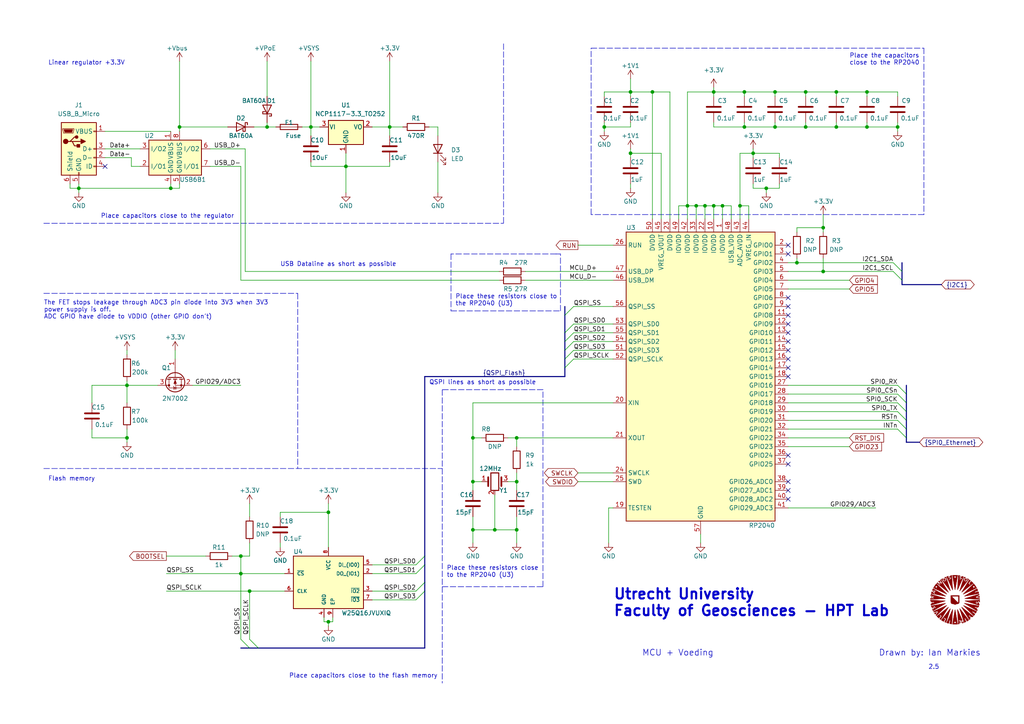
<source format=kicad_sch>
(kicad_sch (version 20211123) (generator eeschema)
  (paper "A4")
  (lib_symbols
    (symbol "+Vsys_1" (power) (in_bom no) (on_board no)
      (property "Value" "+Vsys_1" (at 0 3.81 0))
      (symbol "+Vsys_1_1_1"
        (pin power_in line (at 0 0 90) (length 0) hide (name "+VSYS") (number ""))
      )
    )
    (symbol "Connector:USB_B_Micro" (pin_names (offset 1.016))
      (property "Reference" "J" (at -5.08 11.43 0))
      (property "Value" "USB_B_Micro" (at -5.08 8.89 0))
      (symbol "USB_B_Micro_1_1"
        (pin power_out line (at 7.62 5.08 180) (length 2.54) (name "VBUS") (number "1"))
        (pin bidirectional line (at 7.62 -2.54 180) (length 2.54) (name "D-") (number "2"))
        (pin bidirectional line (at 7.62 0 180) (length 2.54) (name "D+") (number "3"))
        (pin passive line (at 7.62 -5.08 180) (length 2.54) (name "ID") (number "4"))
        (pin power_out line (at 0 -10.16 90) (length 2.54) (name "GND") (number "5"))
        (pin passive line (at -2.54 -10.16 90) (length 2.54) (name "Shield") (number "6"))
      )
    )
    (symbol "Device:C" (pin_numbers hide) (pin_names (offset 0.254))
      (property "Reference" "C" (at 0.635 2.54 0))
      (property "Value" "C" (at 0.635 -2.54 0))
      (symbol "C_1_1"
        (pin passive line (at 0 3.81 270) (length 2.794) (name "~") (number "1"))
        (pin passive line (at 0 -3.81 90) (length 2.794) (name "~") (number "2"))
      )
    )
    (symbol "Device:Fuse" (pin_numbers hide) (pin_names (offset 0))
      (property "Reference" "F" (at 2.032 0 90))
      (property "Value" "Fuse" (at -1.905 0 90))
      (symbol "Fuse_1_1"
        (pin passive line (at 0 3.81 270) (length 1.27) (name "~") (number "1"))
        (pin passive line (at 0 -3.81 90) (length 1.27) (name "~") (number "2"))
      )
    )
    (symbol "Device:LED" (pin_numbers hide) (pin_names (offset 1.016) hide)
      (property "Reference" "D" (at 0 2.54 0))
      (property "Value" "LED" (at 0 -2.54 0))
      (symbol "LED_1_1"
        (pin passive line (at -3.81 0 0) (length 2.54) (name "K") (number "1"))
        (pin passive line (at 3.81 0 180) (length 2.54) (name "A") (number "2"))
      )
    )
    (symbol "Device:R" (pin_numbers hide) (pin_names (offset 0))
      (property "Reference" "R" (at 2.032 0 90))
      (property "Value" "R" (at 0 0 90))
      (symbol "R_1_1"
        (pin passive line (at 0 3.81 270) (length 1.27) (name "~") (number "1"))
        (pin passive line (at 0 -3.81 90) (length 1.27) (name "~") (number "2"))
      )
    )
    (symbol "Diode:BAT60A" (pin_numbers hide) (pin_names (offset 1.016) hide)
      (property "Reference" "D" (at 0 2.54 0))
      (property "Value" "BAT60A" (at 0 -2.54 0))
      (symbol "BAT60A_1_1"
        (pin passive line (at -3.81 0 0) (length 2.54) (name "K") (number "1"))
        (pin passive line (at 3.81 0 180) (length 2.54) (name "A") (number "2"))
      )
    )
    (symbol "HPT:+VPoE" (power) (in_bom no) (on_board no)
      (property "Value" "+VPoE" (at 0 5.08 0))
      (symbol "+VPoE_1_1"
        (pin power_in line (at 0 0 90) (length 0) hide (name "+VPoE") (number ""))
      )
    )
    (symbol "HPT:+Vbus" (power) (in_bom no) (on_board no)
      (property "Value" "+Vbus" (at 0 5.08 0))
      (symbol "+Vbus_1_1"
        (pin power_in line (at 0 0 90) (length 0) hide (name "+Vbus") (number ""))
      )
    )
    (symbol "HPT:+Vsys" (power) (in_bom no) (on_board no)
      (property "Value" "+Vsys" (at 0 3.81 0))
      (symbol "+Vsys_1_1"
        (pin power_in line (at 0 0 90) (length 0) hide (name "+VSYS") (number ""))
      )
    )
    (symbol "HPT:Crystal"
      (property "Reference" "U" (at 1.27 6.35 0))
      (property "Value" "Crystal" (at 0 -8.89 0))
      (symbol "Crystal_1_1"
        (pin passive line (at -3.81 0 0) (length 1.27) (name "") (number "1"))
        (pin passive line (at 0 -3.81 90) (length 1.27) (name "") (number "2"))
        (pin passive line (at 3.81 0 180) (length 1.27) (name "") (number "3"))
        (pin passive line (at 0 -3.81 90) (length 1.27) hide (name "") (number "4"))
      )
    )
    (symbol "HPT:LOGO" (pin_names (offset 1.016)))
    (symbol "HPT:W25Q16JVUXIQ" (pin_names (offset 1.016))
      (property "Reference" "IC" (at -10.16 8.89 0))
      (property "Value" "W25Q16JVUXIQ" (at 5.08 -8.89 0))
      (symbol "W25Q16JVUXIQ_0_0"
        (pin bidirectional line (at -12.7 2.54 0) (length 2.54) (name "~{CS}") (number "1"))
        (pin bidirectional line (at 12.7 2.54 180) (length 2.54) (name "DO_(IO1)") (number "2"))
        (pin bidirectional line (at 12.7 -2.54 180) (length 2.54) (name "~{IO2}") (number "3"))
        (pin bidirectional line (at -1.27 -10.16 90) (length 2.54) (name "GND") (number "4"))
        (pin bidirectional line (at 12.7 5.08 180) (length 2.54) (name "DI_(IO0)") (number "5"))
        (pin bidirectional line (at -12.7 -2.54 0) (length 2.54) (name "CLK") (number "6"))
        (pin bidirectional line (at 12.7 -5.08 180) (length 2.54) (name "~{IO3}") (number "7"))
        (pin bidirectional line (at 0 10.16 270) (length 2.54) (name "VCC") (number "8"))
        (pin bidirectional line (at 1.27 -10.16 90) (length 2.54) (name "EP") (number "9"))
      )
    )
    (symbol "MCU_RaspberryPi:RP2040"
      (property "Reference" "U3" (at -21.59 43.18 0))
      (property "Value" "RP2040" (at 13.97 -43.18 0))
      (symbol "RP2040_1_1"
        (pin power_in line (at 6.35 45.72 270) (length 3.81) (name "IOVDD") (number "1"))
        (pin power_in line (at 3.81 45.72 270) (length 3.81) (name "IOVDD") (number "10"))
        (pin bidirectional line (at 25.4 17.78 180) (length 3.81) (name "GPIO8") (number "11"))
        (pin bidirectional line (at 25.4 15.24 180) (length 3.81) (name "GPIO9") (number "12"))
        (pin bidirectional line (at 25.4 12.7 180) (length 3.81) (name "GPIO10") (number "13"))
        (pin bidirectional line (at 25.4 10.16 180) (length 3.81) (name "GPIO11") (number "14"))
        (pin bidirectional line (at 25.4 7.62 180) (length 3.81) (name "GPIO12") (number "15"))
        (pin bidirectional line (at 25.4 5.08 180) (length 3.81) (name "GPIO13") (number "16"))
        (pin bidirectional line (at 25.4 2.54 180) (length 3.81) (name "GPIO14") (number "17"))
        (pin bidirectional line (at 25.4 0 180) (length 3.81) (name "GPIO15") (number "18"))
        (pin input line (at -25.4 -38.1 0) (length 3.81) (name "TESTEN") (number "19"))
        (pin bidirectional line (at 25.4 38.1 180) (length 3.81) (name "GPIO0") (number "2"))
        (pin input line (at -25.4 -7.62 0) (length 3.81) (name "XIN") (number "20"))
        (pin passive line (at -25.4 -17.78 0) (length 3.81) (name "XOUT") (number "21"))
        (pin power_in line (at 1.27 45.72 270) (length 3.81) (name "IOVDD") (number "22"))
        (pin power_in line (at -8.89 45.72 270) (length 3.81) (name "DVDD") (number "23"))
        (pin output line (at -25.4 -27.94 0) (length 3.81) (name "SWCLK") (number "24"))
        (pin bidirectional line (at -25.4 -30.48 0) (length 3.81) (name "SWD") (number "25"))
        (pin input line (at -25.4 38.1 0) (length 3.81) (name "RUN") (number "26"))
        (pin bidirectional line (at 25.4 -2.54 180) (length 3.81) (name "GPIO16") (number "27"))
        (pin bidirectional line (at 25.4 -5.08 180) (length 3.81) (name "GPIO17") (number "28"))
        (pin bidirectional line (at 25.4 -7.62 180) (length 3.81) (name "GPIO18") (number "29"))
        (pin bidirectional line (at 25.4 35.56 180) (length 3.81) (name "GPIO1") (number "3"))
        (pin bidirectional line (at 25.4 -10.16 180) (length 3.81) (name "GPIO19") (number "30"))
        (pin bidirectional line (at 25.4 -12.7 180) (length 3.81) (name "GPIO20") (number "31"))
        (pin bidirectional line (at 25.4 -15.24 180) (length 3.81) (name "GPIO21") (number "32"))
        (pin power_in line (at -1.27 45.72 270) (length 3.81) (name "IOVDD") (number "33"))
        (pin bidirectional line (at 25.4 -17.78 180) (length 3.81) (name "GPIO22") (number "34"))
        (pin bidirectional line (at 25.4 -20.32 180) (length 3.81) (name "GPIO23") (number "35"))
        (pin bidirectional line (at 25.4 -22.86 180) (length 3.81) (name "GPIO24") (number "36"))
        (pin bidirectional line (at 25.4 -25.4 180) (length 3.81) (name "GPIO25") (number "37"))
        (pin bidirectional line (at 25.4 -30.48 180) (length 3.81) (name "GPIO26_ADC0") (number "38"))
        (pin bidirectional line (at 25.4 -33.02 180) (length 3.81) (name "GPIO27_ADC1") (number "39"))
        (pin bidirectional line (at 25.4 33.02 180) (length 3.81) (name "GPIO2") (number "4"))
        (pin bidirectional line (at 25.4 -35.56 180) (length 3.81) (name "GPIO28_ADC2") (number "40"))
        (pin bidirectional line (at 25.4 -38.1 180) (length 3.81) (name "GPIO29_ADC3") (number "41"))
        (pin power_in line (at -3.81 45.72 270) (length 3.81) (name "IOVDD") (number "42"))
        (pin power_in line (at 11.43 45.72 270) (length 3.81) (name "ADC_AVDD") (number "43"))
        (pin power_in line (at 13.97 45.72 270) (length 3.81) (name "VREG_IN") (number "44"))
        (pin power_out line (at -11.43 45.72 270) (length 3.81) (name "VREG_VOUT") (number "45"))
        (pin bidirectional line (at -25.4 27.94 0) (length 3.81) (name "USB_DM") (number "46"))
        (pin bidirectional line (at -25.4 30.48 0) (length 3.81) (name "USB_DP") (number "47"))
        (pin power_in line (at 8.89 45.72 270) (length 3.81) (name "USB_VDD") (number "48"))
        (pin power_in line (at -6.35 45.72 270) (length 3.81) (name "IOVDD") (number "49"))
        (pin bidirectional line (at 25.4 30.48 180) (length 3.81) (name "GPIO3") (number "5"))
        (pin power_in line (at -13.97 45.72 270) (length 3.81) (name "DVDD") (number "50"))
        (pin bidirectional line (at -25.4 7.62 0) (length 3.81) (name "QSPI_SD3") (number "51"))
        (pin output line (at -25.4 5.08 0) (length 3.81) (name "QSPI_SCLK") (number "52"))
        (pin bidirectional line (at -25.4 15.24 0) (length 3.81) (name "QSPI_SD0") (number "53"))
        (pin bidirectional line (at -25.4 10.16 0) (length 3.81) (name "QSPI_SD2") (number "54"))
        (pin bidirectional line (at -25.4 12.7 0) (length 3.81) (name "QSPI_SD1") (number "55"))
        (pin bidirectional line (at -25.4 20.32 0) (length 3.81) (name "QSPI_SS") (number "56"))
        (pin power_in line (at 0 -45.72 90) (length 3.81) (name "GND") (number "57"))
        (pin bidirectional line (at 25.4 27.94 180) (length 3.81) (name "GPIO4") (number "6"))
        (pin bidirectional line (at 25.4 25.4 180) (length 3.81) (name "GPIO5") (number "7"))
        (pin bidirectional line (at 25.4 22.86 180) (length 3.81) (name "GPIO6") (number "8"))
        (pin bidirectional line (at 25.4 20.32 180) (length 3.81) (name "GPIO7") (number "9"))
      )
    )
    (symbol "Power_Protection:USB6B1"
      (property "Reference" "U2" (at -8.89 6.35 0))
      (property "Value" "USB6B1" (at 1.27 -6.35 0))
      (symbol "USB6B1_1_1"
        (pin passive line (at -1.27 7.62 270) (length 2.54) (name "VBUS") (number "1"))
        (pin passive line (at -10.16 -2.54 0) (length 2.54) (name "I/O1") (number "2"))
        (pin passive line (at -10.16 2.54 0) (length 2.54) (name "I/O2") (number "3"))
        (pin passive line (at -1.27 -7.62 90) (length 2.54) (name "GND") (number "4"))
        (pin passive line (at 1.27 -7.62 90) (length 2.54) (name "GND") (number "5"))
        (pin passive line (at 10.16 2.54 180) (length 2.54) (name "I/O2") (number "6"))
        (pin passive line (at 10.16 -2.54 180) (length 2.54) (name "I/O1") (number "7"))
        (pin passive line (at 1.27 7.62 270) (length 2.54) (name "VBUS") (number "8"))
      )
    )
    (symbol "Regulator_Linear:NCP1117-3.3_TO252" (pin_names (offset 0.254))
      (property "Reference" "U" (at -3.81 3.175 0))
      (property "Value" "NCP1117-3.3_TO252" (at 0 3.175 0))
      (symbol "NCP1117-3.3_TO252_1_1"
        (pin power_in line (at 0 -7.62 90) (length 2.54) (name "GND") (number "1"))
        (pin power_out line (at 7.62 0 180) (length 2.54) (name "VO") (number "2"))
        (pin power_in line (at -7.62 0 0) (length 2.54) (name "VI") (number "3"))
      )
    )
    (symbol "Transistor_FET:2N7002" (pin_names hide)
      (property "Reference" "Q" (at 5.08 1.905 0))
      (property "Value" "2N7002" (at 5.08 0 0))
      (symbol "2N7002_1_1"
        (pin input line (at -5.08 0 0) (length 2.54) (name "G") (number "1"))
        (pin passive line (at 2.54 -5.08 90) (length 2.54) (name "S") (number "2"))
        (pin passive line (at 2.54 5.08 270) (length 2.54) (name "D") (number "3"))
      )
    )
    (symbol "power:+1V1" (power) (pin_names (offset 0))
      (property "Value" "+1V1" (at 0 3.556 0))
      (symbol "+1V1_1_1"
        (pin power_in line (at 0 0 90) (length 0) hide (name "+1V1") (number "1"))
      )
    )
    (symbol "power:+3.3V" (power) (pin_names (offset 0))
      (property "Value" "+3.3V" (at 0 3.556 0))
      (symbol "+3.3V_1_1"
        (pin power_in line (at 0 0 90) (length 0) hide (name "+3.3V") (number "1"))
      )
    )
    (symbol "power:GND" (power) (pin_names (offset 0))
      (property "Value" "GND" (at 0 -3.81 0))
      (symbol "GND_1_1"
        (pin power_in line (at 0 0 270) (length 0) hide (name "GND") (number "1"))
      )
    )
  )
  (bus_alias "QSPI_Flash" (members "QSPI_SS" "QSPI_SCLK" "QSPI_SD0" "QSPI_SD1" "QSPI_SD2" "QSPI_SD3"))
  (bus_alias "I2C1" (members "I2C1_SDA" "I2C1_SCL"))
  (bus_alias "SPI0_Ethernet" (members "SPI0_RX" "SPI0_TX" "SPI0_SCK" "SPI0_CSn" "RSTn" "INTn"))
  (junction (at 137.16 127))
  (junction (at 113.03 36.83))
  (junction (at 69.85 161.29))
  (junction (at 242.57 26.67))
  (junction (at 189.23 26.67))
  (junction (at 238.76 78.74))
  (junction (at 251.46 26.67))
  (junction (at 100.33 48.26))
  (junction (at 175.26 36.83))
  (junction (at 36.83 111.76))
  (junction (at 209.55 59.69))
  (junction (at 201.93 59.69))
  (junction (at 149.86 153.67))
  (junction (at 137.16 139.7))
  (junction (at 215.9 36.83))
  (junction (at 207.01 26.67))
  (junction (at 222.25 54.61))
  (junction (at 69.85 166.37))
  (junction (at 224.79 36.83))
  (junction (at 52.07 36.83))
  (junction (at 214.63 59.69))
  (junction (at 233.68 36.83))
  (junction (at 95.25 180.34))
  (junction (at 182.88 26.67))
  (junction (at 36.83 127))
  (junction (at 90.17 36.83))
  (junction (at 218.44 44.45))
  (junction (at 72.39 171.45))
  (junction (at 77.47 36.83))
  (junction (at 224.79 26.67))
  (junction (at 199.39 59.69))
  (junction (at 242.57 36.83))
  (junction (at 49.53 54.61))
  (junction (at 251.46 36.83))
  (junction (at 137.16 153.67))
  (junction (at 143.51 153.67))
  (junction (at 260.35 36.83))
  (junction (at 149.86 127))
  (junction (at 22.86 54.61))
  (junction (at 204.47 59.69))
  (junction (at 233.68 26.67))
  (junction (at 182.88 44.45))
  (junction (at 95.25 148.59))
  (junction (at 238.76 66.04))
  (junction (at 207.01 59.69))
  (junction (at 149.86 139.7))
  (junction (at 215.9 26.67))
  (junction (at 231.14 76.2))
  (no_connect (at 228.6 101.6))
  (no_connect (at 228.6 71.12))
  (no_connect (at 228.6 73.66))
  (no_connect (at 228.6 86.36))
  (no_connect (at 228.6 88.9))
  (no_connect (at 228.6 144.78))
  (no_connect (at 228.6 142.24))
  (no_connect (at 228.6 134.62))
  (no_connect (at 228.6 139.7))
  (no_connect (at 228.6 91.44))
  (no_connect (at 228.6 93.98))
  (no_connect (at 228.6 96.52))
  (no_connect (at 228.6 99.06))
  (no_connect (at 228.6 132.08))
  (no_connect (at 228.6 106.68))
  (no_connect (at 30.48 48.26))
  (no_connect (at 228.6 109.22))
  (no_connect (at 228.6 104.14))
  (bus_entry (at 163.83 91.44) (size 2.54 -2.54))
  (bus_entry (at 261.62 81.28) (size -2.54 -2.54))
  (bus_entry (at 262.89 124.46) (size -2.54 -2.54))
  (bus_entry (at 261.62 78.74) (size -2.54 -2.54))
  (bus_entry (at 72.39 187.96) (size -2.54 -2.54))
  (bus_entry (at 74.93 187.96) (size -2.54 -2.54))
  (bus_entry (at 120.65 163.83) (size 2.54 -2.54))
  (bus_entry (at 120.65 173.99) (size 2.54 -2.54))
  (bus_entry (at 120.65 166.37) (size 2.54 -2.54))
  (bus_entry (at 120.65 171.45) (size 2.54 -2.54))
  (bus_entry (at 262.89 121.92) (size -2.54 -2.54))
  (bus_entry (at 262.89 127) (size -2.54 -2.54))
  (bus_entry (at 262.89 114.3) (size -2.54 -2.54))
  (bus_entry (at 262.89 116.84) (size -2.54 -2.54))
  (bus_entry (at 163.83 104.14) (size 2.54 -2.54))
  (bus_entry (at 163.83 101.6) (size 2.54 -2.54))
  (bus_entry (at 163.83 99.06) (size 2.54 -2.54))
  (bus_entry (at 163.83 106.68) (size 2.54 -2.54))
  (bus_entry (at 163.83 96.52) (size 2.54 -2.54))
  (bus_entry (at 262.89 119.38) (size -2.54 -2.54))
  (polyline (pts (xy 171.45 13.97) (xy 267.97 13.97)))
  (bus (pts (xy 262.89 121.92) (xy 262.89 124.46)))
  (wire (pts (xy 137.16 139.7) (xy 139.7 139.7)))
  (polyline (pts (xy 12.7 135.89) (xy 128.27 135.89)))
  (wire (pts (xy 199.39 59.69) (xy 201.93 59.69)))
  (wire (pts (xy 189.23 26.67) (xy 189.23 63.5)))
  (wire (pts (xy 231.14 66.04) (xy 238.76 66.04)))
  (wire (pts (xy 218.44 43.18) (xy 218.44 44.45)))
  (wire (pts (xy 152.4 81.28) (xy 177.8 81.28)))
  (wire (pts (xy 251.46 35.56) (xy 251.46 36.83)))
  (wire (pts (xy 149.86 157.48) (xy 149.86 153.67)))
  (polyline (pts (xy 157.48 113.03) (xy 128.27 113.03)))
  (wire (pts (xy 69.85 166.37) (xy 69.85 185.42)))
  (wire (pts (xy 60.96 43.18) (xy 71.12 43.18)))
  (wire (pts (xy 20.32 53.34) (xy 20.32 54.61)))
  (wire (pts (xy 30.48 38.1) (xy 49.53 38.1)))
  (wire (pts (xy 224.79 36.83) (xy 215.9 36.83)))
  (wire (pts (xy 251.46 26.67) (xy 251.46 27.94)))
  (wire (pts (xy 246.38 81.28) (xy 228.6 81.28)))
  (bus (pts (xy 261.62 82.55) (xy 273.05 82.55)))
  (wire (pts (xy 71.12 43.18) (xy 71.12 78.74)))
  (polyline (pts (xy 128.27 170.18) (xy 157.48 170.18)))
  (wire (pts (xy 107.95 163.83) (xy 120.65 163.83)))
  (bus (pts (xy 123.19 163.83) (xy 123.19 168.91)))
  (wire (pts (xy 93.98 180.34) (xy 95.25 180.34)))
  (wire (pts (xy 52.07 38.1) (xy 52.07 36.83)))
  (wire (pts (xy 242.57 36.83) (xy 233.68 36.83)))
  (bus (pts (xy 72.39 187.96) (xy 74.93 187.96)))
  (wire (pts (xy 204.47 59.69) (xy 204.47 63.5)))
  (bus (pts (xy 261.62 76.2) (xy 261.62 78.74)))
  (wire (pts (xy 113.03 17.78) (xy 113.03 36.83)))
  (wire (pts (xy 26.67 111.76) (xy 36.83 111.76)))
  (wire (pts (xy 224.79 26.67) (xy 224.79 27.94)))
  (bus (pts (xy 123.19 161.29) (xy 123.19 163.83)))
  (wire (pts (xy 69.85 161.29) (xy 69.85 166.37)))
  (bus (pts (xy 262.89 114.3) (xy 262.89 116.84)))
  (wire (pts (xy 90.17 36.83) (xy 87.63 36.83)))
  (wire (pts (xy 52.07 54.61) (xy 52.07 53.34)))
  (wire (pts (xy 214.63 44.45) (xy 218.44 44.45)))
  (wire (pts (xy 166.37 96.52) (xy 177.8 96.52)))
  (wire (pts (xy 231.14 76.2) (xy 259.08 76.2)))
  (wire (pts (xy 139.7 127) (xy 137.16 127)))
  (wire (pts (xy 260.35 35.56) (xy 260.35 36.83)))
  (wire (pts (xy 69.85 166.37) (xy 82.55 166.37)))
  (polyline (pts (xy 128.27 113.03) (xy 128.27 135.89)))
  (wire (pts (xy 228.6 76.2) (xy 231.14 76.2)))
  (wire (pts (xy 189.23 26.67) (xy 182.88 26.67)))
  (wire (pts (xy 212.09 59.69) (xy 212.09 63.5)))
  (wire (pts (xy 90.17 39.37) (xy 90.17 36.83)))
  (wire (pts (xy 167.64 71.12) (xy 177.8 71.12)))
  (wire (pts (xy 228.6 111.76) (xy 260.35 111.76)))
  (wire (pts (xy 143.51 153.67) (xy 149.86 153.67)))
  (bus (pts (xy 261.62 78.74) (xy 261.62 81.28)))
  (wire (pts (xy 137.16 116.84) (xy 177.8 116.84)))
  (wire (pts (xy 242.57 26.67) (xy 233.68 26.67)))
  (wire (pts (xy 71.12 78.74) (xy 144.78 78.74)))
  (polyline (pts (xy 162.56 90.17) (xy 162.56 73.66)))
  (wire (pts (xy 52.07 17.78) (xy 52.07 36.83)))
  (bus (pts (xy 261.62 81.28) (xy 261.62 82.55)))
  (wire (pts (xy 204.47 59.69) (xy 207.01 59.69)))
  (wire (pts (xy 176.53 147.32) (xy 176.53 157.48)))
  (wire (pts (xy 77.47 17.78) (xy 77.47 27.94)))
  (wire (pts (xy 207.01 36.83) (xy 207.01 35.56)))
  (wire (pts (xy 100.33 44.45) (xy 100.33 48.26)))
  (wire (pts (xy 199.39 26.67) (xy 199.39 59.69)))
  (wire (pts (xy 26.67 111.76) (xy 26.67 116.84)))
  (bus (pts (xy 163.83 101.6) (xy 163.83 104.14)))
  (wire (pts (xy 207.01 26.67) (xy 207.01 27.94)))
  (wire (pts (xy 95.25 146.05) (xy 95.25 148.59)))
  (wire (pts (xy 214.63 44.45) (xy 214.63 59.69)))
  (wire (pts (xy 49.53 54.61) (xy 52.07 54.61)))
  (wire (pts (xy 166.37 101.6) (xy 177.8 101.6)))
  (wire (pts (xy 36.83 111.76) (xy 36.83 116.84)))
  (wire (pts (xy 182.88 43.18) (xy 182.88 44.45)))
  (wire (pts (xy 113.03 48.26) (xy 100.33 48.26)))
  (wire (pts (xy 199.39 59.69) (xy 199.39 63.5)))
  (wire (pts (xy 147.32 127) (xy 149.86 127)))
  (wire (pts (xy 226.06 54.61) (xy 226.06 53.34)))
  (wire (pts (xy 215.9 35.56) (xy 215.9 36.83)))
  (wire (pts (xy 175.26 36.83) (xy 175.26 35.56)))
  (wire (pts (xy 52.07 36.83) (xy 66.04 36.83)))
  (wire (pts (xy 182.88 35.56) (xy 182.88 36.83)))
  (wire (pts (xy 69.85 81.28) (xy 144.78 81.28)))
  (wire (pts (xy 182.88 26.67) (xy 182.88 27.94)))
  (wire (pts (xy 231.14 66.04) (xy 231.14 67.31)))
  (wire (pts (xy 260.35 36.83) (xy 251.46 36.83)))
  (wire (pts (xy 228.6 116.84) (xy 260.35 116.84)))
  (wire (pts (xy 30.48 45.72) (xy 38.1 45.72)))
  (wire (pts (xy 238.76 74.93) (xy 238.76 78.74)))
  (wire (pts (xy 166.37 93.98) (xy 177.8 93.98)))
  (bus (pts (xy 262.89 127) (xy 262.89 128.27)))
  (wire (pts (xy 177.8 147.32) (xy 176.53 147.32)))
  (wire (pts (xy 72.39 146.05) (xy 72.39 149.86)))
  (wire (pts (xy 238.76 66.04) (xy 238.76 67.31)))
  (wire (pts (xy 137.16 116.84) (xy 137.16 127)))
  (polyline (pts (xy 86.36 85.09) (xy 86.36 135.89)))
  (polyline (pts (xy 146.05 12.7) (xy 146.05 64.77)))
  (wire (pts (xy 207.01 25.4) (xy 207.01 26.67)))
  (wire (pts (xy 196.85 63.5) (xy 196.85 59.69)))
  (wire (pts (xy 72.39 157.48) (xy 72.39 161.29)))
  (wire (pts (xy 95.25 181.61) (xy 95.25 180.34)))
  (wire (pts (xy 22.86 53.34) (xy 22.86 54.61)))
  (wire (pts (xy 113.03 39.37) (xy 113.03 36.83)))
  (wire (pts (xy 242.57 35.56) (xy 242.57 36.83)))
  (wire (pts (xy 107.95 173.99) (xy 120.65 173.99)))
  (wire (pts (xy 209.55 59.69) (xy 209.55 63.5)))
  (wire (pts (xy 228.6 114.3) (xy 260.35 114.3)))
  (wire (pts (xy 72.39 171.45) (xy 82.55 171.45)))
  (wire (pts (xy 36.83 127) (xy 36.83 128.27)))
  (wire (pts (xy 166.37 88.9) (xy 177.8 88.9)))
  (wire (pts (xy 194.31 26.67) (xy 189.23 26.67)))
  (wire (pts (xy 72.39 171.45) (xy 72.39 185.42)))
  (bus (pts (xy 262.89 128.27) (xy 266.7 128.27)))
  (wire (pts (xy 107.95 36.83) (xy 113.03 36.83)))
  (bus (pts (xy 262.89 116.84) (xy 262.89 119.38)))
  (bus (pts (xy 262.89 111.76) (xy 262.89 114.3)))
  (wire (pts (xy 207.01 26.67) (xy 199.39 26.67)))
  (wire (pts (xy 38.1 45.72) (xy 38.1 48.26)))
  (wire (pts (xy 217.17 59.69) (xy 217.17 63.5)))
  (wire (pts (xy 260.35 26.67) (xy 251.46 26.67)))
  (wire (pts (xy 209.55 59.69) (xy 212.09 59.69)))
  (wire (pts (xy 95.25 148.59) (xy 95.25 158.75)))
  (bus (pts (xy 163.83 104.14) (xy 163.83 106.68)))
  (wire (pts (xy 149.86 127) (xy 177.8 127)))
  (wire (pts (xy 238.76 78.74) (xy 259.08 78.74)))
  (bus (pts (xy 123.19 171.45) (xy 123.19 187.96)))
  (wire (pts (xy 137.16 127) (xy 137.16 139.7)))
  (wire (pts (xy 152.4 78.74) (xy 177.8 78.74)))
  (bus (pts (xy 262.89 124.46) (xy 262.89 127)))
  (wire (pts (xy 149.86 137.16) (xy 149.86 139.7)))
  (wire (pts (xy 222.25 54.61) (xy 226.06 54.61)))
  (polyline (pts (xy 12.7 85.09) (xy 86.36 85.09)))
  (wire (pts (xy 20.32 54.61) (xy 22.86 54.61)))
  (wire (pts (xy 226.06 45.72) (xy 226.06 44.45)))
  (wire (pts (xy 26.67 127) (xy 36.83 127)))
  (wire (pts (xy 124.46 36.83) (xy 127 36.83)))
  (wire (pts (xy 238.76 62.23) (xy 238.76 66.04)))
  (polyline (pts (xy 267.97 13.97) (xy 267.97 62.23)))
  (wire (pts (xy 166.37 104.14) (xy 177.8 104.14)))
  (bus (pts (xy 123.19 168.91) (xy 123.19 171.45)))
  (wire (pts (xy 166.37 99.06) (xy 177.8 99.06)))
  (wire (pts (xy 175.26 38.1) (xy 175.26 36.83)))
  (wire (pts (xy 81.28 149.86) (xy 81.28 148.59)))
  (wire (pts (xy 251.46 26.67) (xy 242.57 26.67)))
  (wire (pts (xy 149.86 139.7) (xy 149.86 142.24)))
  (bus (pts (xy 123.19 109.22) (xy 123.19 161.29)))
  (wire (pts (xy 48.26 161.29) (xy 59.69 161.29)))
  (wire (pts (xy 218.44 54.61) (xy 222.25 54.61)))
  (wire (pts (xy 167.64 139.7) (xy 177.8 139.7)))
  (wire (pts (xy 48.26 166.37) (xy 69.85 166.37)))
  (wire (pts (xy 147.32 139.7) (xy 149.86 139.7)))
  (wire (pts (xy 36.83 101.6) (xy 36.83 102.87)))
  (wire (pts (xy 36.83 110.49) (xy 36.83 111.76)))
  (wire (pts (xy 175.26 26.67) (xy 182.88 26.67)))
  (wire (pts (xy 218.44 53.34) (xy 218.44 54.61)))
  (wire (pts (xy 231.14 76.2) (xy 231.14 74.93)))
  (wire (pts (xy 81.28 157.48) (xy 81.28 158.75)))
  (wire (pts (xy 55.88 111.76) (xy 69.85 111.76)))
  (wire (pts (xy 228.6 124.46) (xy 260.35 124.46)))
  (wire (pts (xy 214.63 59.69) (xy 217.17 59.69)))
  (wire (pts (xy 228.6 78.74) (xy 238.76 78.74)))
  (wire (pts (xy 93.98 180.34) (xy 93.98 179.07)))
  (wire (pts (xy 201.93 59.69) (xy 204.47 59.69)))
  (polyline (pts (xy 161.29 73.66) (xy 162.56 73.66)))
  (wire (pts (xy 233.68 35.56) (xy 233.68 36.83)))
  (bus (pts (xy 163.83 106.68) (xy 163.83 109.22)))
  (wire (pts (xy 228.6 127) (xy 246.38 127)))
  (wire (pts (xy 107.95 171.45) (xy 120.65 171.45)))
  (wire (pts (xy 22.86 55.88) (xy 22.86 54.61)))
  (wire (pts (xy 90.17 17.78) (xy 90.17 36.83)))
  (wire (pts (xy 233.68 26.67) (xy 224.79 26.67)))
  (wire (pts (xy 228.6 119.38) (xy 260.35 119.38)))
  (bus (pts (xy 74.93 187.96) (xy 123.19 187.96)))
  (polyline (pts (xy 157.48 170.18) (xy 157.48 113.03)))
  (wire (pts (xy 26.67 124.46) (xy 26.67 127)))
  (wire (pts (xy 100.33 48.26) (xy 90.17 48.26)))
  (wire (pts (xy 30.48 43.18) (xy 40.64 43.18)))
  (wire (pts (xy 260.35 38.1) (xy 260.35 36.83)))
  (wire (pts (xy 36.83 124.46) (xy 36.83 127)))
  (wire (pts (xy 45.72 111.76) (xy 36.83 111.76)))
  (wire (pts (xy 73.66 36.83) (xy 77.47 36.83)))
  (bus (pts (xy 163.83 96.52) (xy 163.83 99.06)))
  (wire (pts (xy 260.35 27.94) (xy 260.35 26.67)))
  (wire (pts (xy 137.16 149.86) (xy 137.16 153.67)))
  (wire (pts (xy 96.52 180.34) (xy 96.52 179.07)))
  (wire (pts (xy 137.16 139.7) (xy 137.16 142.24)))
  (wire (pts (xy 182.88 54.61) (xy 182.88 53.34)))
  (bus (pts (xy 163.83 109.22) (xy 123.19 109.22)))
  (bus (pts (xy 69.85 187.96) (xy 72.39 187.96)))
  (wire (pts (xy 218.44 44.45) (xy 218.44 45.72)))
  (wire (pts (xy 127 36.83) (xy 127 39.37)))
  (wire (pts (xy 100.33 48.26) (xy 100.33 55.88)))
  (wire (pts (xy 113.03 46.99) (xy 113.03 48.26)))
  (wire (pts (xy 228.6 129.54) (xy 246.38 129.54)))
  (wire (pts (xy 191.77 44.45) (xy 182.88 44.45)))
  (wire (pts (xy 207.01 59.69) (xy 209.55 59.69)))
  (wire (pts (xy 215.9 26.67) (xy 207.01 26.67)))
  (wire (pts (xy 77.47 35.56) (xy 77.47 36.83)))
  (wire (pts (xy 196.85 59.69) (xy 199.39 59.69)))
  (wire (pts (xy 67.31 161.29) (xy 69.85 161.29)))
  (wire (pts (xy 48.26 171.45) (xy 72.39 171.45)))
  (wire (pts (xy 201.93 59.69) (xy 201.93 63.5)))
  (wire (pts (xy 175.26 27.94) (xy 175.26 26.67)))
  (bus (pts (xy 163.83 91.44) (xy 163.83 96.52)))
  (polyline (pts (xy 161.29 73.66) (xy 130.81 73.66)))
  (wire (pts (xy 233.68 26.67) (xy 233.68 27.94)))
  (wire (pts (xy 182.88 44.45) (xy 182.88 45.72)))
  (wire (pts (xy 149.86 127) (xy 149.86 129.54)))
  (wire (pts (xy 69.85 48.26) (xy 69.85 81.28)))
  (wire (pts (xy 60.96 48.26) (xy 69.85 48.26)))
  (wire (pts (xy 81.28 148.59) (xy 95.25 148.59)))
  (wire (pts (xy 224.79 35.56) (xy 224.79 36.83)))
  (wire (pts (xy 207.01 59.69) (xy 207.01 63.5)))
  (wire (pts (xy 77.47 36.83) (xy 80.01 36.83)))
  (wire (pts (xy 95.25 180.34) (xy 96.52 180.34)))
  (wire (pts (xy 228.6 83.82) (xy 246.38 83.82)))
  (wire (pts (xy 215.9 36.83) (xy 207.01 36.83)))
  (wire (pts (xy 107.95 166.37) (xy 120.65 166.37)))
  (wire (pts (xy 203.2 154.94) (xy 203.2 157.48)))
  (wire (pts (xy 50.8 104.14) (xy 50.8 101.6)))
  (wire (pts (xy 49.53 54.61) (xy 49.53 53.34)))
  (wire (pts (xy 242.57 26.67) (xy 242.57 27.94)))
  (wire (pts (xy 228.6 121.92) (xy 260.35 121.92)))
  (wire (pts (xy 38.1 48.26) (xy 40.64 48.26)))
  (wire (pts (xy 214.63 59.69) (xy 214.63 63.5)))
  (wire (pts (xy 137.16 157.48) (xy 137.16 153.67)))
  (polyline (pts (xy 267.97 62.23) (xy 171.45 62.23)))
  (wire (pts (xy 215.9 26.67) (xy 215.9 27.94)))
  (wire (pts (xy 137.16 153.67) (xy 143.51 153.67)))
  (wire (pts (xy 233.68 36.83) (xy 224.79 36.83)))
  (wire (pts (xy 90.17 46.99) (xy 90.17 48.26)))
  (wire (pts (xy 149.86 149.86) (xy 149.86 153.67)))
  (wire (pts (xy 224.79 26.67) (xy 215.9 26.67)))
  (wire (pts (xy 72.39 161.29) (xy 69.85 161.29)))
  (wire (pts (xy 191.77 44.45) (xy 191.77 63.5)))
  (wire (pts (xy 251.46 36.83) (xy 242.57 36.83)))
  (wire (pts (xy 90.17 36.83) (xy 92.71 36.83)))
  (wire (pts (xy 182.88 22.86) (xy 182.88 26.67)))
  (polyline (pts (xy 130.81 90.17) (xy 162.56 90.17)))
  (wire (pts (xy 194.31 26.67) (xy 194.31 63.5)))
  (polyline (pts (xy 130.81 73.66) (xy 130.81 90.17)))
  (wire (pts (xy 218.44 44.45) (xy 226.06 44.45)))
  (wire (pts (xy 22.86 54.61) (xy 49.53 54.61)))
  (wire (pts (xy 113.03 36.83) (xy 116.84 36.83)))
  (bus (pts (xy 163.83 88.9) (xy 163.83 91.44)))
  (polyline (pts (xy 12.7 64.77) (xy 146.05 64.77)))
  (polyline (pts (xy 171.45 62.23) (xy 171.45 13.97)))
  (wire (pts (xy 143.51 143.51) (xy 143.51 153.67)))
  (wire (pts (xy 228.6 147.32) (xy 254 147.32)))
  (wire (pts (xy 127 46.99) (xy 127 55.88)))
  (polyline (pts (xy 128.27 135.89) (xy 128.27 198.12)))
  (wire (pts (xy 167.64 137.16) (xy 177.8 137.16)))
  (wire (pts (xy 182.88 36.83) (xy 175.26 36.83)))
  (bus (pts (xy 163.83 99.06) (xy 163.83 101.6)))
  (bus (pts (xy 262.89 119.38) (xy 262.89 121.92)))
  (wire (pts (xy 222.25 55.88) (xy 222.25 54.61)))
  (text "Drawn by: Ian Markies" (at 284.48 190.5 180) (effects (font (size 1.75 1.75)) (justify right bottom)))
  (text "Utrecht University\nFaculty of Geosciences - HPT Lab" (at 177.8 179.07 0) (effects (font (size 3 3) (thickness 0.6) bold) (justify left bottom)))
  (text "Place these resistors close to \nthe RP2040 (U3)" (at 132.08 88.9 0) (effects (font (size 1.27 1.27)) (justify left bottom)))
  (text "Place capacitors close to the flash memory\n" (at 83.82 196.85 0) (effects (font (size 1.27 1.27)) (justify left bottom)))
  (text "QSPI lines as short as possible\n" (at 124.46 111.76 0) (effects (font (size 1.27 1.27)) (justify left bottom)))
  (text "2.5" (at 269.24 194.31 0) (effects (font (size 1.27 1.27)) (justify left bottom)))
  (text "The FET stops leakage through ADC3 pin diode into 3V3 when 3V3\npower supply is off.\nADC GPIO have diode to VDDIO (other GPIO don't)" (at 12.7 92.71 0) (effects (font (size 1.27 1.27)) (justify left bottom)))
  (text "Linear regulator +3.3V" (at 13.97 19.05 0) (effects (font (size 1.27 1.27)) (justify left bottom)))
  (text "MCU + Voeding" (at 207.01 190.5 180) (effects (font (size 1.75 1.75)) (justify right bottom)))
  (text "USB Dataline as short as possible" (at 81.28 77.47 0) (effects (font (size 1.27 1.27)) (justify left bottom)))
  (text "Flash memory\n" (at 13.97 139.7 0) (effects (font (size 1.27 1.27)) (justify left bottom)))
  (text "Place the capacitors\nclose to the RP2040" (at 246.38 19.05 0) (effects (font (size 1.27 1.27)) (justify left bottom)))
  (text "Place these resistors close\nto the RP2040 (U3)" (at 129.54 167.64 0) (effects (font (size 1.27 1.27)) (justify left bottom)))
  (text "Place capacitors close to the regulator\n" (at 29.21 63.5 0) (effects (font (size 1.27 1.27)) (justify left bottom)))
  (label "INTn" (at 260.35 124.46 180))
  (label "QSPI_SD1" (at 120.65 166.37 180))
  (label "QSPI_SCLK" (at 48.26 171.45 0))
  (label "QSPI_SD3" (at 120.65 173.99 180))
  (label "QSPI_SD2" (at 166.37 99.06 0))
  (label "RSTn" (at 260.35 121.92 180))
  (label "SPI0_RX" (at 260.35 111.76 180))
  (label "I2C1_SDA" (at 259.08 76.2 180))
  (label "QSPI_SD2" (at 120.65 171.45 180))
  (label "{QSPI_Flash}" (at 152.4 109.22 180))
  (label "SPI0_CSn" (at 260.35 114.3 180))
  (label "Data+" (at 31.75 43.18 0))
  (label "QSPI_SD0" (at 120.65 163.83 180))
  (label "USB_D-" (at 69.85 48.26 180))
  (label "GPIO29{slash}ADC3" (at 69.85 111.76 180))
  (label "QSPI_SD0" (at 166.37 93.98 0))
  (label "MCU_D+" (at 165.1 78.74 0))
  (label "MCU_D-" (at 165.1 81.28 0))
  (label "QSPI_SCLK" (at 166.37 104.14 0))
  (label "USB_D+" (at 69.85 43.18 180))
  (label "QSPI_SS" (at 166.37 88.9 0))
  (label "QSPI_SD3" (at 166.37 101.6 0))
  (label "SPI0_SCK" (at 260.35 116.84 180))
  (label "Data-" (at 31.75 45.72 0))
  (label "QSPI_SS" (at 69.85 184.15 90))
  (label "SPI0_TX" (at 260.35 119.38 180))
  (label "QSPI_SS" (at 48.26 166.37 0))
  (label "QSPI_SD1" (at 166.37 96.52 0))
  (label "GPIO29{slash}ADC3" (at 254 147.32 180))
  (label "I2C1_SCL" (at 259.08 78.74 180))
  (label "QSPI_SCLK" (at 72.39 184.15 90))
  (global_label "GPIO5" (shape input) (at 246.38 83.82 0) (property "Intersheet References" "${INTERSHEET_REFS}" (effects hide)))
  (global_label "{I2C1}" (shape bidirectional) (at 273.05 82.55 0) (property "Intersheet References" "${INTERSHEET_REFS}" (effects hide)))
  (global_label "GPIO4" (shape input) (at 246.38 81.28 0) (property "Intersheet References" "${INTERSHEET_REFS}" (effects hide)))
  (global_label "RUN" (shape output) (at 167.64 71.12 180) (property "Intersheet References" "${INTERSHEET_REFS}" (effects hide)))
  (global_label "SWCLK" (shape bidirectional) (at 167.64 137.16 180) (property "Intersheet References" "${INTERSHEET_REFS}" (effects hide)))
  (global_label "SWDIO" (shape bidirectional) (at 167.64 139.7 180) (property "Intersheet References" "${INTERSHEET_REFS}" (effects hide)))
  (global_label "BOOTSEL" (shape output) (at 48.26 161.29 180) (property "Intersheet References" "${INTERSHEET_REFS}" (effects hide)))
  (global_label "RST_DIS" (shape input) (at 246.38 127 0) (property "Intersheet References" "${INTERSHEET_REFS}" (effects hide)))
  (global_label "GPIO23" (shape input) (at 246.38 129.54 0) (property "Intersheet References" "${INTERSHEET_REFS}" (effects hide)))
  (global_label "{SPI0_Ethernet}" (shape bidirectional) (at 266.7 128.27 0) (property "Intersheet References" "${INTERSHEET_REFS}" (effects hide)))
  (symbol (lib_id "HPT:+Vsys") (at 90.17 17.78 0) (unit 1) (in_bom no) (on_board no)
    (property "Reference" "#U03" (effects hide))
    (property "Value" "+Vsys" (at 86.36 13.97 0) (effects (justify left)))
  )
  (symbol (lib_id "Device:R") (at 149.86 133.35 0) (mirror x) (unit 1)
    (property "Reference" "R9" (at 153.67 132.08 0))
    (property "Value" "1k" (at 153.67 134.62 0))
    (property "Footprint" "Resistor_SMD:R_0402_1005Metric" (effects hide))
  )
  (symbol (lib_id "power:+3.3V") (at 207.01 25.4 0) (unit 1)
    (property "Reference" "#PWR03" (effects hide))
    (property "Value" "+3.3V" (at 207.01 20.32 0))
  )
  (symbol (lib_id "HPT:Crystal") (at 143.51 139.7 0) (unit 1)
    (property "Reference" "Y1" (at 146.05 142.24 0))
    (property "Value" "12MHz" (at 142.24 135.89 0))
    (property "Footprint" "Crystal:Crystal_SMD_Abracon_ABM8G-4Pin_3.2x2.5mm" (effects hide))
  )
  (symbol (lib_id "Device:C") (at 81.28 153.67 0) (mirror y) (unit 1)
    (property "Reference" "C18" (at 85.09 151.13 0) (effects (justify left)))
    (property "Value" "0.1uF" (at 87.63 156.21 0) (effects (justify left)))
    (property "Footprint" "Capacitor_SMD:C_0402_1005Metric" (effects hide))
  )
  (symbol (lib_id "Device:R") (at 63.5 161.29 270) (mirror x) (unit 1)
    (property "Reference" "R11" (at 63.5 158.75 90))
    (property "Value" "1k" (at 63.5 163.83 90))
    (property "Footprint" "Resistor_SMD:R_0402_1005Metric" (effects hide))
  )
  (symbol (lib_id "power:GND") (at 36.83 128.27 0) (unit 1)
    (property "Reference" "#PWR015" (effects hide))
    (property "Value" "GND" (at 36.83 132.08 0))
  )
  (symbol (lib_id "power:+1V1") (at 182.88 43.18 0) (unit 1)
    (property "Reference" "#PWR06" (effects hide))
    (property "Value" "+1V1" (at 182.88 39.37 0))
  )
  (symbol (lib_id "Power_Protection:USB6B1") (at 50.8 45.72 0) (unit 1)
    (property "Reference" "U2" (at 41.91 39.37 0) (effects (justify left)))
    (property "Value" "USB6B1" (at 52.07 52.07 0) (effects (justify left)))
    (property "Footprint" "Package_SO:SOIC-8_3.9x4.9mm_P1.27mm" (effects hide))
    (property "Datasheet" "http://www.st.com/content/ccc/resource/technical/document/datasheet/3e/ec/b2/54/b2/76/47/90/CD00001361.pdf/files/CD00001361.pdf/jcr:content/translations/en.CD00001361.pdf" (effects hide))
  )
  (symbol (lib_id "Regulator_Linear:NCP1117-3.3_TO252") (at 100.33 36.83 0) (unit 1)
    (property "Reference" "U1" (at 100.33 30.48 0))
    (property "Value" "NCP1117-3.3_TO252" (at 101.6 33.02 0))
    (property "Footprint" "Package_TO_SOT_SMD:TO-252-2" (effects hide))
    (property "Datasheet" "http://www.onsemi.com/pub_link/Collateral/NCP1117-D.PDF" (effects hide))
  )
  (symbol (lib_id "power:+3.3V") (at 218.44 43.18 0) (unit 1)
    (property "Reference" "#PWR07" (effects hide))
    (property "Value" "+3.3V" (at 218.44 39.37 0))
  )
  (symbol (lib_id "Device:C") (at 215.9 31.75 0) (mirror y) (unit 1)
    (property "Reference" "C4" (at 219.71 29.21 0) (effects (justify left)))
    (property "Value" "0.1uF" (at 222.25 34.29 0) (effects (justify left)))
    (property "Footprint" "Capacitor_SMD:C_0402_1005Metric" (effects hide))
  )
  (symbol (lib_id "Device:Fuse") (at 83.82 36.83 90) (unit 1)
    (property "Reference" "F1" (at 83.82 35.56 90))
    (property "Value" "Fuse" (at 85.09 39.37 90))
    (property "Footprint" "Fuse:Fuse_1206_3216Metric" (effects hide))
  )
  (symbol (lib_id "power:GND") (at 260.35 38.1 0) (unit 1)
    (property "Reference" "#PWR05" (effects hide))
    (property "Value" "GND" (at 260.35 41.91 0))
  )
  (symbol (lib_id "power:GND") (at 137.16 157.48 0) (mirror y) (unit 1)
    (property "Reference" "#PWR018" (effects hide))
    (property "Value" "GND" (at 137.16 161.29 0))
  )
  (symbol (lib_id "power:+3.3V") (at 72.39 146.05 0) (unit 1)
    (property "Reference" "#PWR016" (effects hide))
    (property "Value" "+3.3V" (at 72.39 142.24 0))
  )
  (symbol (lib_id "HPT:+VPoE") (at 77.47 17.78 0) (unit 1) (in_bom no) (on_board no)
    (property "Reference" "#U02" (effects hide))
    (property "Value" "+VPoE" (at 73.66 13.97 0) (effects (justify left)))
  )
  (symbol (lib_id "Device:R") (at 231.14 71.12 0) (mirror x) (unit 1)
    (property "Reference" "R2" (at 234.95 69.85 0))
    (property "Value" "DNP" (at 234.95 72.39 0))
    (property "Footprint" "Resistor_SMD:R_0402_1005Metric" (effects hide))
  )
  (symbol (lib_id "Diode:BAT60A") (at 69.85 36.83 0) (mirror y) (unit 1)
    (property "Reference" "D2" (at 69.85 34.29 0))
    (property "Value" "BAT60A" (at 69.85 39.37 0))
    (property "Footprint" "Diode_SMD:D_SOD-323" (effects hide))
    (property "Datasheet" "https://www.infineon.com/dgdl/Infineon-BAT60ASERIES-DS-v01_01-en.pdf?fileId=db3a304313d846880113def70c9304a9" (effects hide))
  )
  (symbol (lib_id "power:GND") (at 100.33 55.88 0) (unit 1)
    (property "Reference" "#PWR010" (effects hide))
    (property "Value" "GND" (at 100.33 59.69 0))
  )
  (symbol (lib_id "Device:C") (at 175.26 31.75 0) (mirror y) (unit 1)
    (property "Reference" "C1" (at 177.8 29.21 0) (effects (justify left)))
    (property "Value" "0.1uF" (at 180.34 34.29 0) (effects (justify left)))
    (property "Footprint" "Capacitor_SMD:C_0402_1005Metric" (effects hide))
  )
  (symbol (lib_id "Device:LED") (at 127 43.18 90) (unit 1)
    (property "Reference" "D3" (at 130.81 43.4974 90) (effects (justify right)))
    (property "Value" "LED" (at 130.81 46.0374 90) (effects (justify right)))
    (property "Footprint" "HPT:LED" (effects hide))
  )
  (symbol (lib_id "Device:C") (at 26.67 120.65 0) (mirror y) (unit 1)
    (property "Reference" "C15" (at 30.48 118.11 0) (effects (justify left)))
    (property "Value" "0.1uF" (at 33.02 123.19 0) (effects (justify left)))
    (property "Footprint" "Capacitor_SMD:C_0402_1005Metric" (effects hide))
  )
  (symbol (lib_id "power:GND") (at 175.26 38.1 0) (unit 1)
    (property "Reference" "#PWR04" (effects hide))
    (property "Value" "GND" (at 175.26 41.91 0))
  )
  (symbol (lib_name "+Vsys_1") (lib_id "HPT:+Vsys") (at 36.83 101.6 0) (unit 1) (in_bom no) (on_board no)
    (property "Reference" "#U04" (effects hide))
    (property "Value" "+Vsys" (at 33.02 97.79 0) (effects (justify left)))
  )
  (symbol (lib_id "power:GND") (at 203.2 157.48 0) (unit 1)
    (property "Reference" "#PWR021" (effects hide))
    (property "Value" "GND" (at 203.2 161.29 0))
  )
  (symbol (lib_id "power:GND") (at 127 55.88 0) (unit 1)
    (property "Reference" "#PWR011" (effects hide))
    (property "Value" "GND" (at 127 59.69 0))
  )
  (symbol (lib_id "Device:R") (at 120.65 36.83 270) (mirror x) (unit 1)
    (property "Reference" "R1" (at 120.65 34.29 90))
    (property "Value" "470R" (at 120.65 39.37 90))
    (property "Footprint" "Resistor_SMD:R_0402_1005Metric" (effects hide))
  )
  (symbol (lib_id "MCU_RaspberryPi:RP2040") (at 203.2 109.22 0) (unit 1)
    (property "Reference" "U3" (at 181.61 66.04 0) (effects (justify left)))
    (property "Value" "RP2040" (at 217.17 152.4 0) (effects (justify left)))
    (property "Footprint" "Package_DFN_QFN:QFN-56-1EP_7x7mm_P0.4mm_EP3.2x3.2mm" (effects hide))
    (property "Datasheet" "https://datasheets.raspberrypi.com/rp2040/rp2040-datasheet.pdf" (effects hide))
  )
  (symbol (lib_id "power:+3.3V") (at 238.76 62.23 0) (unit 1)
    (property "Reference" "#PWR013" (effects hide))
    (property "Value" "+3.3V" (at 238.76 58.42 0))
  )
  (symbol (lib_id "power:+3.3V") (at 113.03 17.78 0) (unit 1)
    (property "Reference" "#PWR01" (effects hide))
    (property "Value" "+3.3V" (at 113.03 13.97 0))
  )
  (symbol (lib_id "power:GND") (at 182.88 54.61 0) (unit 1)
    (property "Reference" "#PWR08" (effects hide))
    (property "Value" "GND" (at 182.88 58.42 0))
  )
  (symbol (lib_id "Device:C") (at 182.88 31.75 0) (mirror y) (unit 1)
    (property "Reference" "C2" (at 185.42 29.21 0) (effects (justify left)))
    (property "Value" "0.1uF" (at 187.96 34.29 0) (effects (justify left)))
    (property "Footprint" "Capacitor_SMD:C_0402_1005Metric" (effects hide))
  )
  (symbol (lib_id "power:+1V1") (at 182.88 22.86 0) (unit 1)
    (property "Reference" "#PWR02" (effects hide))
    (property "Value" "+1V1" (at 182.88 19.05 0))
  )
  (symbol (lib_id "power:+3.3V") (at 50.8 101.6 0) (unit 1)
    (property "Reference" "#PWR014" (effects hide))
    (property "Value" "+3.3V" (at 50.8 97.79 0))
  )
  (symbol (lib_id "power:+3.3V") (at 95.25 146.05 0) (unit 1)
    (property "Reference" "#PWR017" (effects hide))
    (property "Value" "+3.3V" (at 95.25 142.24 0))
  )
  (symbol (lib_id "Diode:BAT60A") (at 77.47 31.75 270) (mirror x) (unit 1)
    (property "Reference" "D1" (at 78.74 29.21 90))
    (property "Value" "BAT60A" (at 73.66 29.21 90))
    (property "Footprint" "Diode_SMD:D_SOD-323" (effects hide))
    (property "Datasheet" "https://www.infineon.com/dgdl/Infineon-BAT60ASERIES-DS-v01_01-en.pdf?fileId=db3a304313d846880113def70c9304a9" (effects hide))
  )
  (symbol (lib_id "Device:R") (at 36.83 106.68 0) (mirror x) (unit 1)
    (property "Reference" "R6" (at 39.37 105.41 0))
    (property "Value" "200k" (at 40.64 107.95 0))
    (property "Footprint" "Resistor_SMD:R_0402_1005Metric" (effects hide))
  )
  (symbol (lib_id "power:GND") (at 176.53 157.48 0) (unit 1)
    (property "Reference" "#PWR020" (effects hide))
    (property "Value" "GND" (at 176.53 161.29 0))
  )
  (symbol (lib_id "Device:C") (at 242.57 31.75 0) (mirror y) (unit 1)
    (property "Reference" "C7" (at 246.38 29.21 0) (effects (justify left)))
    (property "Value" "0.1uF" (at 248.92 34.29 0) (effects (justify left)))
    (property "Footprint" "Capacitor_SMD:C_0402_1005Metric" (effects hide))
  )
  (symbol (lib_id "Device:C") (at 218.44 49.53 0) (unit 1)
    (property "Reference" "C13" (at 218.44 46.99 0) (effects (justify left)))
    (property "Value" "1uF" (at 218.44 52.07 0) (effects (justify left)))
    (property "Footprint" "Capacitor_SMD:C_0402_1005Metric" (effects hide))
  )
  (symbol (lib_id "power:GND") (at 149.86 157.48 0) (mirror y) (unit 1)
    (property "Reference" "#PWR019" (effects hide))
    (property "Value" "GND" (at 149.86 161.29 0))
  )
  (symbol (lib_id "Device:C") (at 90.17 43.18 0) (mirror y) (unit 1)
    (property "Reference" "C10" (at 93.98 40.64 0) (effects (justify left)))
    (property "Value" "10uF" (at 95.25 45.72 0) (effects (justify left)))
    (property "Footprint" "Capacitor_SMD:C_0402_1005Metric" (effects hide))
  )
  (symbol (lib_id "Device:R") (at 143.51 127 270) (mirror x) (unit 1)
    (property "Reference" "R8" (at 140.97 124.46 90))
    (property "Value" "DNP" (at 143.51 129.54 90))
    (property "Footprint" "Resistor_SMD:R_0402_1005Metric" (effects hide))
  )
  (symbol (lib_id "Device:C") (at 251.46 31.75 0) (mirror y) (unit 1)
    (property "Reference" "C8" (at 255.27 29.21 0) (effects (justify left)))
    (property "Value" "0.1uF" (at 257.81 34.29 0) (effects (justify left)))
    (property "Footprint" "Capacitor_SMD:C_0402_1005Metric" (effects hide))
  )
  (symbol (lib_id "Device:C") (at 113.03 43.18 0) (mirror y) (unit 1)
    (property "Reference" "C11" (at 116.84 40.64 0) (effects (justify left)))
    (property "Value" "10uF" (at 118.11 45.72 0) (effects (justify left)))
    (property "Footprint" "Capacitor_SMD:C_0402_1005Metric" (effects hide))
  )
  (symbol (lib_id "Device:R") (at 72.39 153.67 0) (mirror x) (unit 1)
    (property "Reference" "R10" (at 76.2 152.4 0))
    (property "Value" "DNP" (at 76.2 154.94 0))
    (property "Footprint" "Resistor_SMD:R_0402_1005Metric" (effects hide))
  )
  (symbol (lib_id "Transistor_FET:2N7002") (at 50.8 109.22 90) (mirror x) (unit 1)
    (property "Reference" "Q1" (at 48.26 106.68 90))
    (property "Value" "2N7002" (at 50.8 115.57 90))
    (property "Footprint" "Package_TO_SOT_SMD:SOT-23" (effects hide))
    (property "Datasheet" "https://www.onsemi.com/pub/Collateral/NDS7002A-D.PDF" (effects hide))
  )
  (symbol (lib_id "Device:C") (at 207.01 31.75 0) (mirror y) (unit 1)
    (property "Reference" "C3" (at 210.82 29.21 0) (effects (justify left)))
    (property "Value" "0.1uF" (at 213.36 34.29 0) (effects (justify left)))
    (property "Footprint" "Capacitor_SMD:C_0402_1005Metric" (effects hide))
  )
  (symbol (lib_id "power:GND") (at 222.25 55.88 0) (unit 1)
    (property "Reference" "#PWR012" (effects hide))
    (property "Value" "GND" (at 222.25 59.69 0))
  )
  (symbol (lib_id "HPT:+Vbus") (at 52.07 17.78 0) (unit 1) (in_bom no) (on_board no)
    (property "Reference" "#U01" (effects hide))
    (property "Value" "+Vbus" (at 48.26 13.97 0) (effects (justify left)))
  )
  (symbol (lib_id "Device:C") (at 224.79 31.75 0) (mirror y) (unit 1)
    (property "Reference" "C5" (at 228.6 29.21 0) (effects (justify left)))
    (property "Value" "0.1uF" (at 231.14 34.29 0) (effects (justify left)))
    (property "Footprint" "Capacitor_SMD:C_0402_1005Metric" (effects hide))
  )
  (symbol (lib_id "Device:C") (at 260.35 31.75 0) (mirror y) (unit 1)
    (property "Reference" "C9" (at 264.16 29.21 0) (effects (justify left)))
    (property "Value" "0.1uF" (at 266.7 34.29 0) (effects (justify left)))
    (property "Footprint" "Capacitor_SMD:C_0402_1005Metric" (effects hide))
  )
  (symbol (lib_id "Device:C") (at 226.06 49.53 0) (unit 1)
    (property "Reference" "C14" (at 226.06 46.99 0) (effects (justify left)))
    (property "Value" "1uF" (at 226.06 52.07 0) (effects (justify left)))
    (property "Footprint" "Capacitor_SMD:C_0402_1005Metric" (effects hide))
  )
  (symbol (lib_id "Device:R") (at 148.59 81.28 270) (mirror x) (unit 1)
    (property "Reference" "R5" (at 147.32 83.82 90))
    (property "Value" "27R" (at 151.13 83.82 90))
    (property "Footprint" "Resistor_SMD:R_0402_1005Metric" (effects hide))
  )
  (symbol (lib_id "Device:C") (at 149.86 146.05 0) (mirror y) (unit 1)
    (property "Reference" "C17" (at 153.67 143.51 0) (effects (justify left)))
    (property "Value" "15pF" (at 154.94 148.59 0) (effects (justify left)))
    (property "Footprint" "Capacitor_SMD:C_0402_1005Metric" (effects hide))
  )
  (symbol (lib_id "Device:C") (at 233.68 31.75 0) (mirror y) (unit 1)
    (property "Reference" "C6" (at 237.49 29.21 0) (effects (justify left)))
    (property "Value" "0.1uF" (at 240.03 34.29 0) (effects (justify left)))
    (property "Footprint" "Capacitor_SMD:C_0402_1005Metric" (effects hide))
  )
  (symbol (lib_id "Device:R") (at 148.59 78.74 270) (mirror x) (unit 1)
    (property "Reference" "R4" (at 146.05 76.2 90))
    (property "Value" "27R" (at 151.13 76.2 90))
    (property "Footprint" "Resistor_SMD:R_0402_1005Metric" (effects hide))
  )
  (symbol (lib_id "HPT:W25Q16JVUXIQ") (at 95.25 168.91 0) (unit 1)
    (property "Reference" "U4" (at 85.09 160.02 0) (effects (justify left)))
    (property "Value" "W25Q16JVUXIQ" (at 99.06 177.8 0) (effects (justify left)))
    (property "Footprint" "SON50P300X200X60-9N" (effects hide))
    (property "MANUFACTURER_PART_NUMBER" "W25Q16JVUXIQ" (effects hide))
    (property "MANUFACTURER_NAME" "Winbond" (effects hide))
    (property "DESCRIPTION" "SPIFLASH, 3V, 16M-BIT, 4KB UNIFO" (effects hide))
    (property "HEIGHT" "0.6mm" (effects hide))
  )
  (symbol (lib_id "HPT:LOGO") (at 276.86 173.99 0) (unit 1)
    (property "Reference" "#G2" (effects hide))
    (property "Value" "LOGO" (effects hide))
  )
  (symbol (lib_id "Device:C") (at 182.88 49.53 0) (unit 1)
    (property "Reference" "C12" (at 182.88 46.99 0) (effects (justify left)))
    (property "Value" "1uF" (at 182.88 52.07 0) (effects (justify left)))
    (property "Footprint" "Capacitor_SMD:C_0402_1005Metric" (effects hide))
  )
  (symbol (lib_id "Device:R") (at 238.76 71.12 0) (mirror x) (unit 1)
    (property "Reference" "R3" (at 242.57 69.85 0))
    (property "Value" "DNP" (at 242.57 72.39 0))
    (property "Footprint" "Resistor_SMD:R_0402_1005Metric" (effects hide))
  )
  (symbol (lib_id "power:GND") (at 81.28 158.75 0) (unit 1)
    (property "Reference" "#PWR022" (effects hide))
    (property "Value" "GND" (at 81.28 162.56 0))
  )
  (symbol (lib_id "Device:R") (at 36.83 120.65 0) (mirror x) (unit 1)
    (property "Reference" "R7" (at 39.37 119.38 0))
    (property "Value" "100k" (at 40.64 121.92 0))
    (property "Footprint" "Resistor_SMD:R_0402_1005Metric" (effects hide))
  )
  (symbol (lib_id "Connector:USB_B_Micro") (at 22.86 43.18 0) (unit 1)
    (property "Reference" "J1" (at 22.86 30.48 0))
    (property "Value" "USB_B_Micro" (at 22.86 33.02 0))
    (property "Footprint" "HPT:Micro USB, Type B" (effects hide))
  )
  (symbol (lib_id "Device:C") (at 137.16 146.05 0) (mirror y) (unit 1)
    (property "Reference" "C16" (at 133.35 143.51 0) (effects (justify right)))
    (property "Value" "15pF" (at 132.08 148.59 0) (effects (justify right)))
    (property "Footprint" "Capacitor_SMD:C_0402_1005Metric" (effects hide))
  )
  (symbol (lib_id "power:GND") (at 22.86 55.88 0) (unit 1)
    (property "Reference" "#PWR09" (effects hide))
    (property "Value" "GND" (at 22.86 59.69 0))
  )
  (symbol (lib_id "power:GND") (at 95.25 181.61 0) (unit 1)
    (property "Reference" "#PWR023" (effects hide))
    (property "Value" "GND" (at 95.25 185.42 0))
  )
)
</source>
